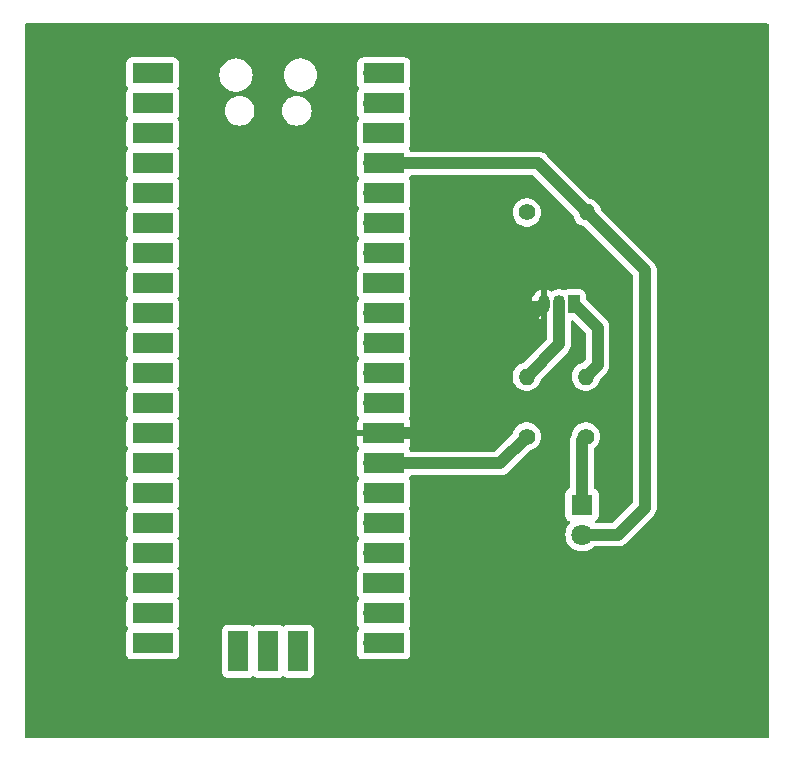
<source format=gbr>
%TF.GenerationSoftware,KiCad,Pcbnew,8.0.0*%
%TF.CreationDate,2024-03-28T11:43:16-03:00*%
%TF.ProjectId,ponderada_sem6_kicad,706f6e64-6572-4616-9461-5f73656d365f,rev?*%
%TF.SameCoordinates,Original*%
%TF.FileFunction,Copper,L1,Top*%
%TF.FilePolarity,Positive*%
%FSLAX46Y46*%
G04 Gerber Fmt 4.6, Leading zero omitted, Abs format (unit mm)*
G04 Created by KiCad (PCBNEW 8.0.0) date 2024-03-28 11:43:16*
%MOMM*%
%LPD*%
G01*
G04 APERTURE LIST*
%TA.AperFunction,ComponentPad*%
%ADD10O,1.700000X1.700000*%
%TD*%
%TA.AperFunction,SMDPad,CuDef*%
%ADD11R,3.500000X1.700000*%
%TD*%
%TA.AperFunction,ComponentPad*%
%ADD12R,1.700000X1.700000*%
%TD*%
%TA.AperFunction,SMDPad,CuDef*%
%ADD13R,1.700000X3.500000*%
%TD*%
%TA.AperFunction,ComponentPad*%
%ADD14O,1.400000X1.400000*%
%TD*%
%TA.AperFunction,ComponentPad*%
%ADD15C,1.400000*%
%TD*%
%TA.AperFunction,ComponentPad*%
%ADD16C,1.800000*%
%TD*%
%TA.AperFunction,ComponentPad*%
%ADD17R,1.800000X1.800000*%
%TD*%
%TA.AperFunction,ComponentPad*%
%ADD18O,1.050000X1.500000*%
%TD*%
%TA.AperFunction,ComponentPad*%
%ADD19R,1.050000X1.500000*%
%TD*%
%TA.AperFunction,Conductor*%
%ADD20C,1.000000*%
%TD*%
%TA.AperFunction,Conductor*%
%ADD21C,0.200000*%
%TD*%
G04 APERTURE END LIST*
D10*
%TO.P,U1,1,GPIO0*%
%TO.N,unconnected-(U1-GPIO0-Pad1)*%
X107220000Y-84240000D03*
D11*
X106320000Y-84240000D03*
D10*
%TO.P,U1,2,GPIO1*%
%TO.N,unconnected-(U1-GPIO1-Pad2)*%
X107220000Y-86780000D03*
D11*
X106320000Y-86780000D03*
%TO.P,U1,3,GND*%
%TO.N,unconnected-(U1-GND-Pad3)*%
X106320000Y-89320000D03*
D12*
X107220000Y-89320000D03*
D10*
%TO.P,U1,4,GPIO2*%
%TO.N,unconnected-(U1-GPIO2-Pad4)*%
X107220000Y-91860000D03*
D11*
X106320000Y-91860000D03*
D10*
%TO.P,U1,5,GPIO3*%
%TO.N,unconnected-(U1-GPIO3-Pad5)*%
X107220000Y-94400000D03*
D11*
X106320000Y-94400000D03*
D10*
%TO.P,U1,6,GPIO4*%
%TO.N,unconnected-(U1-GPIO4-Pad6)*%
X107220000Y-96940000D03*
D11*
X106320000Y-96940000D03*
%TO.P,U1,7,GPIO5*%
%TO.N,unconnected-(U1-GPIO5-Pad7)*%
X106320000Y-99480000D03*
D10*
X107220000Y-99480000D03*
D12*
%TO.P,U1,8,GND*%
%TO.N,unconnected-(U1-GND-Pad8)*%
X107220000Y-102020000D03*
D11*
X106320000Y-102020000D03*
%TO.P,U1,9,GPIO6*%
%TO.N,unconnected-(U1-GPIO6-Pad9)*%
X106320000Y-104560000D03*
D10*
X107220000Y-104560000D03*
%TO.P,U1,10,GPIO7*%
%TO.N,unconnected-(U1-GPIO7-Pad10)*%
X107220000Y-107100000D03*
D11*
X106320000Y-107100000D03*
%TO.P,U1,11,GPIO8*%
%TO.N,unconnected-(U1-GPIO8-Pad11)*%
X106320000Y-109640000D03*
D10*
X107220000Y-109640000D03*
%TO.P,U1,12,GPIO9*%
%TO.N,unconnected-(U1-GPIO9-Pad12)*%
X107220000Y-112180000D03*
D11*
X106320000Y-112180000D03*
D12*
%TO.P,U1,13,GND*%
%TO.N,unconnected-(U1-GND-Pad13)*%
X107220000Y-114720000D03*
D11*
X106320000Y-114720000D03*
%TO.P,U1,14,GPIO10*%
%TO.N,unconnected-(U1-GPIO10-Pad14)*%
X106320000Y-117260000D03*
D10*
X107220000Y-117260000D03*
%TO.P,U1,15,GPIO11*%
%TO.N,unconnected-(U1-GPIO11-Pad15)*%
X107220000Y-119800000D03*
D11*
X106320000Y-119800000D03*
%TO.P,U1,16,GPIO12*%
%TO.N,unconnected-(U1-GPIO12-Pad16)*%
X106320000Y-122340000D03*
D10*
X107220000Y-122340000D03*
D11*
%TO.P,U1,17,GPIO13*%
%TO.N,unconnected-(U1-GPIO13-Pad17)*%
X106320000Y-124880000D03*
D10*
X107220000Y-124880000D03*
D11*
%TO.P,U1,18,GND*%
%TO.N,unconnected-(U1-GND-Pad18)*%
X106320000Y-127420000D03*
D12*
X107220000Y-127420000D03*
D10*
%TO.P,U1,19,GPIO14*%
%TO.N,unconnected-(U1-GPIO14-Pad19)*%
X107220000Y-129960000D03*
D11*
X106320000Y-129960000D03*
%TO.P,U1,20,GPIO15*%
%TO.N,unconnected-(U1-GPIO15-Pad20)*%
X106320000Y-132500000D03*
D10*
X107220000Y-132500000D03*
D11*
%TO.P,U1,21,GPIO16*%
%TO.N,unconnected-(U1-GPIO16-Pad21)*%
X125900000Y-132500000D03*
D10*
X125000000Y-132500000D03*
D11*
%TO.P,U1,22,GPIO17*%
%TO.N,unconnected-(U1-GPIO17-Pad22)*%
X125900000Y-129960000D03*
D10*
X125000000Y-129960000D03*
D11*
%TO.P,U1,23,GND*%
%TO.N,unconnected-(U1-GND-Pad23)*%
X125900000Y-127420000D03*
D12*
X125000000Y-127420000D03*
D10*
%TO.P,U1,24,GPIO18*%
%TO.N,unconnected-(U1-GPIO18-Pad24)*%
X125000000Y-124880000D03*
D11*
X125900000Y-124880000D03*
%TO.P,U1,25,GPIO19*%
%TO.N,unconnected-(U1-GPIO19-Pad25)*%
X125900000Y-122340000D03*
D10*
X125000000Y-122340000D03*
D11*
%TO.P,U1,26,GPIO20*%
%TO.N,unconnected-(U1-GPIO20-Pad26)*%
X125900000Y-119800000D03*
D10*
X125000000Y-119800000D03*
%TO.P,U1,27,GPIO21*%
%TO.N,Net-(U1-GPIO21)*%
X125000000Y-117260000D03*
D11*
X125900000Y-117260000D03*
D12*
%TO.P,U1,28,GND*%
%TO.N,GND*%
X125000000Y-114720000D03*
D11*
X125900000Y-114720000D03*
D10*
%TO.P,U1,29,GPIO22*%
%TO.N,unconnected-(U1-GPIO22-Pad29)*%
X125000000Y-112180000D03*
D11*
X125900000Y-112180000D03*
%TO.P,U1,30,RUN*%
%TO.N,unconnected-(U1-RUN-Pad30)*%
X125900000Y-109640000D03*
D10*
X125000000Y-109640000D03*
%TO.P,U1,31,GPIO26_ADC0*%
%TO.N,unconnected-(U1-GPIO26_ADC0-Pad31)*%
X125000000Y-107100000D03*
D11*
X125900000Y-107100000D03*
D10*
%TO.P,U1,32,GPIO27_ADC1*%
%TO.N,unconnected-(U1-GPIO27_ADC1-Pad32)*%
X125000000Y-104560000D03*
D11*
X125900000Y-104560000D03*
%TO.P,U1,33,AGND*%
%TO.N,unconnected-(U1-AGND-Pad33)*%
X125900000Y-102020000D03*
D12*
X125000000Y-102020000D03*
D11*
%TO.P,U1,34,GPIO28_ADC2*%
%TO.N,unconnected-(U1-GPIO28_ADC2-Pad34)*%
X125900000Y-99480000D03*
D10*
X125000000Y-99480000D03*
D11*
%TO.P,U1,35,ADC_VREF*%
%TO.N,unconnected-(U1-ADC_VREF-Pad35)*%
X125900000Y-96940000D03*
D10*
X125000000Y-96940000D03*
%TO.P,U1,36,3V3*%
%TO.N,unconnected-(U1-3V3-Pad36)*%
X125000000Y-94400000D03*
D11*
X125900000Y-94400000D03*
%TO.P,U1,37,3V3_EN*%
%TO.N,3v3*%
X125900000Y-91860000D03*
D10*
X125000000Y-91860000D03*
D11*
%TO.P,U1,38,GND*%
%TO.N,unconnected-(U1-GND-Pad38)*%
X125900000Y-89320000D03*
D12*
X125000000Y-89320000D03*
D11*
%TO.P,U1,39,VSYS*%
%TO.N,VCC*%
X125900000Y-86780000D03*
D10*
X125000000Y-86780000D03*
%TO.P,U1,40,VBUS*%
%TO.N,unconnected-(U1-VBUS-Pad40)*%
X125000000Y-84240000D03*
D11*
X125900000Y-84240000D03*
D13*
%TO.P,U1,41,SWCLK*%
%TO.N,unconnected-(U1-SWCLK-Pad41)*%
X113570000Y-133170000D03*
D10*
X113570000Y-132270000D03*
D12*
%TO.P,U1,42,GND*%
%TO.N,unconnected-(U1-GND-Pad42)*%
X116110000Y-132270000D03*
D13*
X116110000Y-133170000D03*
D10*
%TO.P,U1,43,SWDIO*%
%TO.N,unconnected-(U1-SWDIO-Pad43)*%
X118650000Y-132270000D03*
D13*
X118650000Y-133170000D03*
%TD*%
D14*
%TO.P,R3,2*%
%TO.N,3v3*%
X143090000Y-96000000D03*
D15*
%TO.P,R3,1*%
%TO.N,Net-(Q1-E)*%
X138010000Y-96000000D03*
%TD*%
D14*
%TO.P,R2,2*%
%TO.N,Net-(Q1-C)*%
X143000000Y-109910000D03*
D15*
%TO.P,R2,1*%
%TO.N,Net-(D2-K)*%
X143000000Y-114990000D03*
%TD*%
D14*
%TO.P,R1,2*%
%TO.N,Net-(Q1-B)*%
X138000000Y-109910000D03*
D15*
%TO.P,R1,1*%
%TO.N,Net-(U1-GPIO21)*%
X138000000Y-114990000D03*
%TD*%
D16*
%TO.P,D2,2,A*%
%TO.N,3v3*%
X142675000Y-123290000D03*
D17*
%TO.P,D2,1,K*%
%TO.N,Net-(D2-K)*%
X142675000Y-120750000D03*
%TD*%
D18*
%TO.P,Q1,3,E*%
%TO.N,GND*%
X139460000Y-103780000D03*
%TO.P,Q1,2,B*%
%TO.N,Net-(Q1-B)*%
X140730000Y-103780000D03*
D19*
%TO.P,Q1,1,C*%
%TO.N,Net-(Q1-C)*%
X142000000Y-103780000D03*
%TD*%
D20*
%TO.N,Net-(Q1-C)*%
X144000000Y-108910000D02*
X143000000Y-109910000D01*
X144000000Y-105780000D02*
X144000000Y-108910000D01*
X142000000Y-103780000D02*
X144000000Y-105780000D01*
%TO.N,3v3*%
X148000000Y-121000000D02*
X148000000Y-100910000D01*
X145710000Y-123290000D02*
X148000000Y-121000000D01*
X142675000Y-123290000D02*
X145710000Y-123290000D01*
X148000000Y-100910000D02*
X143090000Y-96000000D01*
%TO.N,GND*%
X134500000Y-108740000D02*
X139460000Y-103780000D01*
X134500000Y-112000000D02*
X134500000Y-108740000D01*
X131780000Y-114720000D02*
X134500000Y-112000000D01*
X125000000Y-114720000D02*
X131780000Y-114720000D01*
%TO.N,3v3*%
X138950000Y-91860000D02*
X143090000Y-96000000D01*
X125000000Y-91860000D02*
X138950000Y-91860000D01*
%TO.N,Net-(U1-GPIO21)*%
X135730000Y-117260000D02*
X138000000Y-114990000D01*
X125000000Y-117260000D02*
X135730000Y-117260000D01*
D21*
%TO.N,Net-(D2-K)*%
X142675000Y-115315000D02*
X143000000Y-114990000D01*
D20*
X142675000Y-120750000D02*
X142675000Y-115315000D01*
%TO.N,Net-(Q1-B)*%
X140730000Y-107180000D02*
X138000000Y-109910000D01*
X140730000Y-103780000D02*
X140730000Y-107180000D01*
%TD*%
%TA.AperFunction,Conductor*%
%TO.N,VCC*%
G36*
X124524755Y-86583147D02*
G01*
X124490000Y-86712857D01*
X124490000Y-86847143D01*
X124524755Y-86976853D01*
X124555440Y-87030000D01*
X124279000Y-87030000D01*
X124211961Y-87010315D01*
X124166206Y-86957511D01*
X124155000Y-86906000D01*
X124155000Y-86844404D01*
X124155000Y-86844382D01*
X124154519Y-86822326D01*
X124154047Y-86811519D01*
X124152605Y-86789520D01*
X124152604Y-86789515D01*
X124152516Y-86788163D01*
X124152724Y-86788149D01*
X124152750Y-86771847D01*
X124152517Y-86771832D01*
X124154045Y-86748507D01*
X124154047Y-86748480D01*
X124154519Y-86737673D01*
X124155000Y-86715616D01*
X124155000Y-86654000D01*
X124174685Y-86586961D01*
X124227489Y-86541206D01*
X124279000Y-86530000D01*
X124555440Y-86530000D01*
X124524755Y-86583147D01*
G37*
%TD.AperFunction*%
%TA.AperFunction,Conductor*%
G36*
X126093039Y-86549685D02*
G01*
X126138794Y-86602489D01*
X126150000Y-86654000D01*
X126150000Y-86906000D01*
X126130315Y-86973039D01*
X126077511Y-87018794D01*
X126026000Y-87030000D01*
X125444560Y-87030000D01*
X125475245Y-86976853D01*
X125510000Y-86847143D01*
X125510000Y-86712857D01*
X125475245Y-86583147D01*
X125444560Y-86530000D01*
X126026000Y-86530000D01*
X126093039Y-86549685D01*
G37*
%TD.AperFunction*%
%TD*%
%TA.AperFunction,Conductor*%
%TO.N,GND*%
G36*
X158442539Y-80020185D02*
G01*
X158488294Y-80072989D01*
X158499500Y-80124500D01*
X158499500Y-140375500D01*
X158479815Y-140442539D01*
X158427011Y-140488294D01*
X158375500Y-140499500D01*
X95624500Y-140499500D01*
X95557461Y-140479815D01*
X95511706Y-140427011D01*
X95500500Y-140375500D01*
X95500500Y-133397870D01*
X104069500Y-133397870D01*
X104069501Y-133397876D01*
X104075908Y-133457483D01*
X104126202Y-133592328D01*
X104126206Y-133592335D01*
X104212452Y-133707544D01*
X104212455Y-133707547D01*
X104327664Y-133793793D01*
X104327671Y-133793797D01*
X104462517Y-133844091D01*
X104462516Y-133844091D01*
X104469444Y-133844835D01*
X104522127Y-133850500D01*
X107155611Y-133850499D01*
X107166419Y-133850971D01*
X107219999Y-133855659D01*
X107220000Y-133855659D01*
X107220001Y-133855659D01*
X107273580Y-133850971D01*
X107284388Y-133850499D01*
X108117871Y-133850499D01*
X108117872Y-133850499D01*
X108177483Y-133844091D01*
X108312331Y-133793796D01*
X108427546Y-133707546D01*
X108513796Y-133592331D01*
X108564091Y-133457483D01*
X108570500Y-133397873D01*
X108570499Y-132564383D01*
X108570971Y-132553576D01*
X108575659Y-132500000D01*
X108575659Y-132499999D01*
X108570971Y-132446421D01*
X108570499Y-132435613D01*
X108570499Y-132270001D01*
X112214341Y-132270001D01*
X112219028Y-132323574D01*
X112219500Y-132334381D01*
X112219500Y-134967870D01*
X112219501Y-134967876D01*
X112225908Y-135027483D01*
X112276202Y-135162328D01*
X112276206Y-135162335D01*
X112362452Y-135277544D01*
X112362455Y-135277547D01*
X112477664Y-135363793D01*
X112477671Y-135363797D01*
X112612517Y-135414091D01*
X112612516Y-135414091D01*
X112619444Y-135414835D01*
X112672127Y-135420500D01*
X114467872Y-135420499D01*
X114527483Y-135414091D01*
X114662331Y-135363796D01*
X114765690Y-135286421D01*
X114831152Y-135262004D01*
X114899425Y-135276855D01*
X114914303Y-135286416D01*
X115017665Y-135363793D01*
X115017668Y-135363795D01*
X115017671Y-135363797D01*
X115152517Y-135414091D01*
X115152516Y-135414091D01*
X115159444Y-135414835D01*
X115212127Y-135420500D01*
X117007872Y-135420499D01*
X117067483Y-135414091D01*
X117202331Y-135363796D01*
X117305690Y-135286421D01*
X117371152Y-135262004D01*
X117439425Y-135276855D01*
X117454303Y-135286416D01*
X117557665Y-135363793D01*
X117557668Y-135363795D01*
X117557671Y-135363797D01*
X117692517Y-135414091D01*
X117692516Y-135414091D01*
X117699444Y-135414835D01*
X117752127Y-135420500D01*
X119547872Y-135420499D01*
X119607483Y-135414091D01*
X119742331Y-135363796D01*
X119857546Y-135277546D01*
X119943796Y-135162331D01*
X119994091Y-135027483D01*
X120000500Y-134967873D01*
X120000499Y-132500002D01*
X123644341Y-132500002D01*
X123649028Y-132553576D01*
X123649500Y-132564383D01*
X123649500Y-133397870D01*
X123649501Y-133397876D01*
X123655908Y-133457483D01*
X123706202Y-133592328D01*
X123706206Y-133592335D01*
X123792452Y-133707544D01*
X123792455Y-133707547D01*
X123907664Y-133793793D01*
X123907671Y-133793797D01*
X124042517Y-133844091D01*
X124042516Y-133844091D01*
X124049444Y-133844835D01*
X124102127Y-133850500D01*
X124935616Y-133850499D01*
X124946425Y-133850971D01*
X125000000Y-133855659D01*
X125053575Y-133850971D01*
X125064384Y-133850499D01*
X127697871Y-133850499D01*
X127697872Y-133850499D01*
X127757483Y-133844091D01*
X127892331Y-133793796D01*
X128007546Y-133707546D01*
X128093796Y-133592331D01*
X128144091Y-133457483D01*
X128150500Y-133397873D01*
X128150499Y-131602128D01*
X128144091Y-131542517D01*
X128093796Y-131407669D01*
X128016421Y-131304309D01*
X127992004Y-131238848D01*
X128006855Y-131170575D01*
X128016416Y-131155696D01*
X128093796Y-131052331D01*
X128144091Y-130917483D01*
X128150500Y-130857873D01*
X128150499Y-129062128D01*
X128144091Y-129002517D01*
X128093796Y-128867669D01*
X128016421Y-128764309D01*
X127992004Y-128698848D01*
X128006855Y-128630575D01*
X128016416Y-128615696D01*
X128093796Y-128512331D01*
X128144091Y-128377483D01*
X128150500Y-128317873D01*
X128150499Y-126522128D01*
X128144091Y-126462517D01*
X128093796Y-126327669D01*
X128016421Y-126224309D01*
X127992004Y-126158848D01*
X128006855Y-126090575D01*
X128016416Y-126075696D01*
X128093796Y-125972331D01*
X128144091Y-125837483D01*
X128150500Y-125777873D01*
X128150499Y-123982128D01*
X128144091Y-123922517D01*
X128093796Y-123787669D01*
X128016421Y-123684309D01*
X127992004Y-123618848D01*
X128006855Y-123550575D01*
X128016416Y-123535696D01*
X128093796Y-123432331D01*
X128144091Y-123297483D01*
X128150500Y-123237873D01*
X128150499Y-121442128D01*
X128144091Y-121382517D01*
X128110266Y-121291828D01*
X128093797Y-121247671D01*
X128093795Y-121247668D01*
X128016421Y-121144309D01*
X127992004Y-121078848D01*
X128006855Y-121010575D01*
X128016416Y-120995696D01*
X128093796Y-120892331D01*
X128144091Y-120757483D01*
X128150500Y-120697873D01*
X128150499Y-118902128D01*
X128144091Y-118842517D01*
X128093796Y-118707669D01*
X128016421Y-118604309D01*
X127992004Y-118538848D01*
X128006855Y-118470575D01*
X128016416Y-118455696D01*
X128093796Y-118352331D01*
X128097960Y-118341165D01*
X128139829Y-118285234D01*
X128205293Y-118260816D01*
X128214141Y-118260500D01*
X135828543Y-118260500D01*
X135925175Y-118241278D01*
X135973493Y-118231667D01*
X136021836Y-118222051D01*
X136075165Y-118199961D01*
X136203914Y-118146632D01*
X136367782Y-118037139D01*
X136507139Y-117897782D01*
X136507140Y-117897779D01*
X136514206Y-117890714D01*
X136514209Y-117890710D01*
X138210990Y-116193928D01*
X138272311Y-116160445D01*
X138275838Y-116159731D01*
X138329940Y-116149618D01*
X138537401Y-116069247D01*
X138726562Y-115952124D01*
X138879907Y-115812331D01*
X138890979Y-115802238D01*
X138985190Y-115677483D01*
X139025058Y-115624689D01*
X139028451Y-115617876D01*
X139124224Y-115425538D01*
X139124223Y-115425538D01*
X139124229Y-115425528D01*
X139185115Y-115211536D01*
X139205643Y-114990000D01*
X139191843Y-114841077D01*
X139185115Y-114768464D01*
X139185114Y-114768462D01*
X139173013Y-114725932D01*
X139124229Y-114554472D01*
X139082167Y-114470000D01*
X139025061Y-114355316D01*
X139025056Y-114355308D01*
X138890979Y-114177761D01*
X138726562Y-114027876D01*
X138726560Y-114027874D01*
X138537404Y-113910754D01*
X138537398Y-113910752D01*
X138329940Y-113830382D01*
X138111243Y-113789500D01*
X137888757Y-113789500D01*
X137670060Y-113830382D01*
X137538864Y-113881207D01*
X137462601Y-113910752D01*
X137462595Y-113910754D01*
X137273439Y-114027874D01*
X137273437Y-114027876D01*
X137109020Y-114177761D01*
X136974943Y-114355308D01*
X136974936Y-114355320D01*
X136875775Y-114554462D01*
X136875768Y-114554480D01*
X136826985Y-114725932D01*
X136795400Y-114779678D01*
X135351899Y-116223181D01*
X135290576Y-116256666D01*
X135264218Y-116259500D01*
X128214141Y-116259500D01*
X128147102Y-116239815D01*
X128101347Y-116187011D01*
X128097969Y-116178859D01*
X128093796Y-116167669D01*
X128016109Y-116063893D01*
X127991692Y-115998430D01*
X128006543Y-115930157D01*
X128016110Y-115915271D01*
X128093352Y-115812089D01*
X128093354Y-115812086D01*
X128143596Y-115677379D01*
X128143598Y-115677372D01*
X128149999Y-115617844D01*
X128150000Y-115617827D01*
X128150000Y-114970000D01*
X125444560Y-114970000D01*
X125475245Y-114916853D01*
X125510000Y-114787143D01*
X125510000Y-114652857D01*
X125475245Y-114523147D01*
X125444560Y-114470000D01*
X128150000Y-114470000D01*
X128150000Y-113822172D01*
X128149999Y-113822155D01*
X128143598Y-113762627D01*
X128143596Y-113762620D01*
X128093354Y-113627913D01*
X128093352Y-113627910D01*
X128016110Y-113524729D01*
X127991692Y-113459265D01*
X128006543Y-113390992D01*
X128016105Y-113376111D01*
X128093796Y-113272331D01*
X128144091Y-113137483D01*
X128150500Y-113077873D01*
X128150499Y-111282128D01*
X128144091Y-111222517D01*
X128102311Y-111110500D01*
X128093797Y-111087671D01*
X128093795Y-111087668D01*
X128080282Y-111069617D01*
X128016421Y-110984309D01*
X127992004Y-110918848D01*
X128006855Y-110850575D01*
X128016416Y-110835696D01*
X128093796Y-110732331D01*
X128144091Y-110597483D01*
X128150500Y-110537873D01*
X128150500Y-109910000D01*
X136794357Y-109910000D01*
X136814884Y-110131535D01*
X136814885Y-110131537D01*
X136875769Y-110345523D01*
X136875775Y-110345538D01*
X136974938Y-110544683D01*
X136974943Y-110544691D01*
X137109020Y-110722238D01*
X137273437Y-110872123D01*
X137273439Y-110872125D01*
X137462595Y-110989245D01*
X137462596Y-110989245D01*
X137462599Y-110989247D01*
X137670060Y-111069618D01*
X137888757Y-111110500D01*
X137888759Y-111110500D01*
X138111241Y-111110500D01*
X138111243Y-111110500D01*
X138329940Y-111069618D01*
X138537401Y-110989247D01*
X138726562Y-110872124D01*
X138879907Y-110732331D01*
X138890979Y-110722238D01*
X138985190Y-110597483D01*
X139025058Y-110544689D01*
X139028451Y-110537876D01*
X139124228Y-110345530D01*
X139124230Y-110345523D01*
X139173013Y-110174064D01*
X139204596Y-110120322D01*
X141367778Y-107957141D01*
X141367782Y-107957139D01*
X141507139Y-107817782D01*
X141616632Y-107653914D01*
X141692051Y-107471835D01*
X141730500Y-107278541D01*
X141730500Y-105224782D01*
X141750185Y-105157743D01*
X141802989Y-105111988D01*
X141872147Y-105102044D01*
X141935703Y-105131069D01*
X141942181Y-105137101D01*
X142963181Y-106158101D01*
X142996666Y-106219424D01*
X142999500Y-106245782D01*
X142999500Y-108444216D01*
X142979815Y-108511255D01*
X142963181Y-108531897D01*
X142789008Y-108706069D01*
X142727685Y-108739554D01*
X142724115Y-108740276D01*
X142670067Y-108750380D01*
X142670060Y-108750382D01*
X142462601Y-108830751D01*
X142462595Y-108830754D01*
X142273439Y-108947874D01*
X142273437Y-108947876D01*
X142109020Y-109097761D01*
X141974943Y-109275308D01*
X141974938Y-109275316D01*
X141875775Y-109474461D01*
X141875769Y-109474476D01*
X141814885Y-109688462D01*
X141814884Y-109688464D01*
X141794357Y-109909999D01*
X141794357Y-109910000D01*
X141814884Y-110131535D01*
X141814885Y-110131537D01*
X141875769Y-110345523D01*
X141875775Y-110345538D01*
X141974938Y-110544683D01*
X141974943Y-110544691D01*
X142109020Y-110722238D01*
X142273437Y-110872123D01*
X142273439Y-110872125D01*
X142462595Y-110989245D01*
X142462596Y-110989245D01*
X142462599Y-110989247D01*
X142670060Y-111069618D01*
X142888757Y-111110500D01*
X142888759Y-111110500D01*
X143111241Y-111110500D01*
X143111243Y-111110500D01*
X143329940Y-111069618D01*
X143537401Y-110989247D01*
X143726562Y-110872124D01*
X143879907Y-110732331D01*
X143890979Y-110722238D01*
X143985190Y-110597483D01*
X144025058Y-110544689D01*
X144028451Y-110537876D01*
X144124228Y-110345530D01*
X144124230Y-110345523D01*
X144173013Y-110174067D01*
X144204598Y-110120322D01*
X144777137Y-109547784D01*
X144777137Y-109547783D01*
X144777140Y-109547781D01*
X144886632Y-109383914D01*
X144962052Y-109201835D01*
X145000501Y-109008540D01*
X145000501Y-108811459D01*
X145000501Y-108806349D01*
X145000500Y-108806323D01*
X145000500Y-105681456D01*
X144962052Y-105488170D01*
X144962051Y-105488169D01*
X144962051Y-105488165D01*
X144949503Y-105457872D01*
X144938539Y-105431401D01*
X144886632Y-105306086D01*
X144886631Y-105306085D01*
X144886628Y-105306079D01*
X144777139Y-105142218D01*
X144777136Y-105142214D01*
X144634686Y-104999764D01*
X144634655Y-104999735D01*
X143061818Y-103426898D01*
X143028333Y-103365575D01*
X143025499Y-103339217D01*
X143025499Y-102982129D01*
X143025498Y-102982123D01*
X143024999Y-102977483D01*
X143019091Y-102922517D01*
X143011289Y-102901600D01*
X142968797Y-102787671D01*
X142968793Y-102787664D01*
X142882547Y-102672455D01*
X142882544Y-102672452D01*
X142767335Y-102586206D01*
X142767328Y-102586202D01*
X142632482Y-102535908D01*
X142632483Y-102535908D01*
X142572883Y-102529501D01*
X142572881Y-102529500D01*
X142572873Y-102529500D01*
X142572864Y-102529500D01*
X141427129Y-102529500D01*
X141427123Y-102529501D01*
X141367516Y-102535908D01*
X141232672Y-102586202D01*
X141232665Y-102586206D01*
X141231556Y-102587037D01*
X141230258Y-102587520D01*
X141224887Y-102590454D01*
X141224465Y-102589681D01*
X141166090Y-102611449D01*
X141109800Y-102602325D01*
X141029127Y-102568909D01*
X141029119Y-102568907D01*
X140831007Y-102529500D01*
X140831003Y-102529500D01*
X140628997Y-102529500D01*
X140628992Y-102529500D01*
X140430880Y-102568907D01*
X140430872Y-102568909D01*
X140244243Y-102646214D01*
X140163439Y-102700204D01*
X140096761Y-102721081D01*
X140029382Y-102702595D01*
X140025659Y-102700203D01*
X139945526Y-102646659D01*
X139945513Y-102646652D01*
X139758984Y-102569390D01*
X139758977Y-102569388D01*
X139710000Y-102559645D01*
X139710000Y-103414134D01*
X139707617Y-103438326D01*
X139704500Y-103453995D01*
X139704500Y-103494170D01*
X139690255Y-103479925D01*
X139604745Y-103430556D01*
X139509370Y-103405000D01*
X139410630Y-103405000D01*
X139315255Y-103430556D01*
X139229745Y-103479925D01*
X139210000Y-103499670D01*
X139210000Y-102559646D01*
X139209999Y-102559645D01*
X139161022Y-102569388D01*
X139161015Y-102569390D01*
X138974486Y-102646652D01*
X138974473Y-102646659D01*
X138806600Y-102758829D01*
X138806596Y-102758832D01*
X138663832Y-102901596D01*
X138663829Y-102901600D01*
X138551659Y-103069473D01*
X138551652Y-103069486D01*
X138474390Y-103256016D01*
X138474387Y-103256025D01*
X138435000Y-103454041D01*
X138435000Y-103530000D01*
X139179670Y-103530000D01*
X139159925Y-103549745D01*
X139110556Y-103635255D01*
X139085000Y-103730630D01*
X139085000Y-103829370D01*
X139110556Y-103924745D01*
X139159925Y-104010255D01*
X139179670Y-104030000D01*
X138435000Y-104030000D01*
X138435000Y-104105958D01*
X138474387Y-104303974D01*
X138474390Y-104303983D01*
X138551652Y-104490513D01*
X138551659Y-104490526D01*
X138663829Y-104658399D01*
X138663832Y-104658403D01*
X138806596Y-104801167D01*
X138806600Y-104801170D01*
X138974473Y-104913340D01*
X138974486Y-104913347D01*
X139161016Y-104990609D01*
X139161025Y-104990612D01*
X139210000Y-105000353D01*
X139210000Y-104060330D01*
X139229745Y-104080075D01*
X139315255Y-104129444D01*
X139410630Y-104155000D01*
X139509370Y-104155000D01*
X139604745Y-104129444D01*
X139690255Y-104080075D01*
X139704500Y-104065830D01*
X139704500Y-104106002D01*
X139707617Y-104121671D01*
X139710000Y-104145865D01*
X139710000Y-105017078D01*
X139723499Y-105036896D01*
X139729500Y-105075004D01*
X139729500Y-106714217D01*
X139709815Y-106781256D01*
X139693181Y-106801898D01*
X137789009Y-108706069D01*
X137727686Y-108739554D01*
X137724115Y-108740276D01*
X137670068Y-108750380D01*
X137670060Y-108750382D01*
X137462601Y-108830751D01*
X137462595Y-108830754D01*
X137273439Y-108947874D01*
X137273437Y-108947876D01*
X137109020Y-109097761D01*
X136974943Y-109275308D01*
X136974938Y-109275316D01*
X136875775Y-109474461D01*
X136875769Y-109474476D01*
X136814885Y-109688462D01*
X136814884Y-109688464D01*
X136794357Y-109909999D01*
X136794357Y-109910000D01*
X128150500Y-109910000D01*
X128150499Y-108742128D01*
X128144091Y-108682517D01*
X128093796Y-108547669D01*
X128016421Y-108444309D01*
X127992004Y-108378848D01*
X128006855Y-108310575D01*
X128016416Y-108295696D01*
X128093796Y-108192331D01*
X128144091Y-108057483D01*
X128150500Y-107997873D01*
X128150499Y-106202128D01*
X128144091Y-106142517D01*
X128093796Y-106007669D01*
X128016421Y-105904309D01*
X127992004Y-105838848D01*
X128006855Y-105770575D01*
X128016416Y-105755696D01*
X128093796Y-105652331D01*
X128144091Y-105517483D01*
X128150500Y-105457873D01*
X128150499Y-103662128D01*
X128144091Y-103602517D01*
X128124408Y-103549745D01*
X128093797Y-103467671D01*
X128093795Y-103467668D01*
X128083561Y-103453997D01*
X128016421Y-103364309D01*
X127992004Y-103298848D01*
X128006855Y-103230575D01*
X128016416Y-103215696D01*
X128093796Y-103112331D01*
X128144091Y-102977483D01*
X128150500Y-102917873D01*
X128150499Y-101122128D01*
X128144091Y-101062517D01*
X128126239Y-101014654D01*
X128093797Y-100927671D01*
X128093795Y-100927668D01*
X128016421Y-100824309D01*
X127992004Y-100758848D01*
X128006855Y-100690575D01*
X128016416Y-100675696D01*
X128093796Y-100572331D01*
X128144091Y-100437483D01*
X128150500Y-100377873D01*
X128150499Y-98582128D01*
X128144091Y-98522517D01*
X128093796Y-98387669D01*
X128016421Y-98284309D01*
X127992004Y-98218848D01*
X128006855Y-98150575D01*
X128016416Y-98135696D01*
X128093796Y-98032331D01*
X128144091Y-97897483D01*
X128150500Y-97837873D01*
X128150499Y-96042128D01*
X128145970Y-96000000D01*
X136804357Y-96000000D01*
X136824884Y-96221535D01*
X136824885Y-96221537D01*
X136885769Y-96435523D01*
X136885775Y-96435538D01*
X136984938Y-96634683D01*
X136984943Y-96634691D01*
X137119020Y-96812238D01*
X137283437Y-96962123D01*
X137283439Y-96962125D01*
X137472595Y-97079245D01*
X137472596Y-97079245D01*
X137472599Y-97079247D01*
X137680060Y-97159618D01*
X137898757Y-97200500D01*
X137898759Y-97200500D01*
X138121241Y-97200500D01*
X138121243Y-97200500D01*
X138339940Y-97159618D01*
X138547401Y-97079247D01*
X138736562Y-96962124D01*
X138900981Y-96812236D01*
X139035058Y-96634689D01*
X139134229Y-96435528D01*
X139195115Y-96221536D01*
X139215643Y-96000000D01*
X139195115Y-95778464D01*
X139134229Y-95564472D01*
X139098307Y-95492331D01*
X139035061Y-95365316D01*
X139035056Y-95365308D01*
X138900979Y-95187761D01*
X138736562Y-95037876D01*
X138736560Y-95037874D01*
X138547404Y-94920754D01*
X138547398Y-94920752D01*
X138339940Y-94840382D01*
X138121243Y-94799500D01*
X137898757Y-94799500D01*
X137680060Y-94840382D01*
X137548864Y-94891207D01*
X137472601Y-94920752D01*
X137472595Y-94920754D01*
X137283439Y-95037874D01*
X137283437Y-95037876D01*
X137119020Y-95187761D01*
X136984943Y-95365308D01*
X136984938Y-95365316D01*
X136885775Y-95564461D01*
X136885769Y-95564476D01*
X136824885Y-95778462D01*
X136824884Y-95778464D01*
X136804357Y-95999999D01*
X136804357Y-96000000D01*
X128145970Y-96000000D01*
X128144091Y-95982517D01*
X128093796Y-95847669D01*
X128016421Y-95744309D01*
X127992004Y-95678848D01*
X128006855Y-95610575D01*
X128016416Y-95595696D01*
X128093796Y-95492331D01*
X128144091Y-95357483D01*
X128150500Y-95297873D01*
X128150499Y-93502128D01*
X128144091Y-93442517D01*
X128093796Y-93307669D01*
X128016421Y-93204309D01*
X127992004Y-93138848D01*
X128006855Y-93070575D01*
X128016416Y-93055696D01*
X128093796Y-92952331D01*
X128097960Y-92941165D01*
X128139829Y-92885234D01*
X128205293Y-92860816D01*
X128214141Y-92860500D01*
X138484218Y-92860500D01*
X138551257Y-92880185D01*
X138571899Y-92896819D01*
X141885401Y-96210321D01*
X141916986Y-96264067D01*
X141965770Y-96435525D01*
X141965775Y-96435538D01*
X142064938Y-96634683D01*
X142064943Y-96634691D01*
X142199020Y-96812238D01*
X142363437Y-96962123D01*
X142363439Y-96962125D01*
X142552595Y-97079245D01*
X142552596Y-97079245D01*
X142552599Y-97079247D01*
X142760060Y-97159618D01*
X142814115Y-97169722D01*
X142876395Y-97201390D01*
X142879010Y-97203930D01*
X146963181Y-101288101D01*
X146996666Y-101349424D01*
X146999500Y-101375782D01*
X146999500Y-120534218D01*
X146979815Y-120601257D01*
X146963181Y-120621899D01*
X145331899Y-122253181D01*
X145270576Y-122286666D01*
X145244218Y-122289500D01*
X143928461Y-122289500D01*
X143861422Y-122269815D01*
X143815667Y-122217011D01*
X143805723Y-122147853D01*
X143834748Y-122084297D01*
X143854150Y-122066234D01*
X143900513Y-122031525D01*
X143932546Y-122007546D01*
X144018796Y-121892331D01*
X144069091Y-121757483D01*
X144075500Y-121697873D01*
X144075499Y-119802128D01*
X144069091Y-119742517D01*
X144068535Y-119741027D01*
X144018797Y-119607671D01*
X144018793Y-119607664D01*
X143932547Y-119492455D01*
X143932544Y-119492452D01*
X143817335Y-119406206D01*
X143817328Y-119406202D01*
X143756167Y-119383391D01*
X143700233Y-119341520D01*
X143675816Y-119276056D01*
X143675500Y-119267209D01*
X143675500Y-116052429D01*
X143695185Y-115985390D01*
X143722385Y-115956050D01*
X143722326Y-115955986D01*
X143723094Y-115955285D01*
X143724772Y-115953476D01*
X143726554Y-115952128D01*
X143726562Y-115952124D01*
X143879907Y-115812331D01*
X143890979Y-115802238D01*
X143985190Y-115677483D01*
X144025058Y-115624689D01*
X144028451Y-115617876D01*
X144124224Y-115425538D01*
X144124223Y-115425538D01*
X144124229Y-115425528D01*
X144185115Y-115211536D01*
X144205643Y-114990000D01*
X144191843Y-114841077D01*
X144185115Y-114768464D01*
X144185114Y-114768462D01*
X144173013Y-114725932D01*
X144124229Y-114554472D01*
X144082167Y-114470000D01*
X144025061Y-114355316D01*
X144025056Y-114355308D01*
X143890979Y-114177761D01*
X143726562Y-114027876D01*
X143726560Y-114027874D01*
X143537404Y-113910754D01*
X143537398Y-113910752D01*
X143329940Y-113830382D01*
X143111243Y-113789500D01*
X142888757Y-113789500D01*
X142670060Y-113830382D01*
X142538864Y-113881207D01*
X142462601Y-113910752D01*
X142462595Y-113910754D01*
X142273439Y-114027874D01*
X142273437Y-114027876D01*
X142109020Y-114177761D01*
X141974943Y-114355308D01*
X141974938Y-114355316D01*
X141875775Y-114554461D01*
X141875769Y-114554476D01*
X141814885Y-114768461D01*
X141814883Y-114768471D01*
X141814241Y-114775401D01*
X141793877Y-114832839D01*
X141788372Y-114841077D01*
X141788366Y-114841090D01*
X141712950Y-115023160D01*
X141712947Y-115023170D01*
X141674500Y-115216456D01*
X141674500Y-119267209D01*
X141654815Y-119334248D01*
X141602011Y-119380003D01*
X141593833Y-119383391D01*
X141532671Y-119406202D01*
X141532664Y-119406206D01*
X141417455Y-119492452D01*
X141417452Y-119492455D01*
X141331206Y-119607664D01*
X141331202Y-119607671D01*
X141280908Y-119742517D01*
X141274728Y-119800002D01*
X141274501Y-119802123D01*
X141274500Y-119802135D01*
X141274500Y-121697870D01*
X141274501Y-121697876D01*
X141280908Y-121757483D01*
X141331202Y-121892328D01*
X141331206Y-121892335D01*
X141417452Y-122007544D01*
X141417455Y-122007547D01*
X141532664Y-122093793D01*
X141532673Y-122093798D01*
X141612904Y-122123722D01*
X141668838Y-122165593D01*
X141693256Y-122231057D01*
X141678405Y-122299330D01*
X141660802Y-122323886D01*
X141566019Y-122426849D01*
X141439075Y-122621151D01*
X141345842Y-122833699D01*
X141288866Y-123058691D01*
X141288864Y-123058702D01*
X141269700Y-123289993D01*
X141269700Y-123290006D01*
X141288864Y-123521297D01*
X141288866Y-123521308D01*
X141345842Y-123746300D01*
X141439075Y-123958848D01*
X141566016Y-124153147D01*
X141566019Y-124153151D01*
X141566021Y-124153153D01*
X141723216Y-124323913D01*
X141723219Y-124323915D01*
X141723222Y-124323918D01*
X141906365Y-124466464D01*
X141906371Y-124466468D01*
X141906374Y-124466470D01*
X142110497Y-124576936D01*
X142224487Y-124616068D01*
X142330015Y-124652297D01*
X142330017Y-124652297D01*
X142330019Y-124652298D01*
X142558951Y-124690500D01*
X142558952Y-124690500D01*
X142791048Y-124690500D01*
X142791049Y-124690500D01*
X143019981Y-124652298D01*
X143239503Y-124576936D01*
X143443626Y-124466470D01*
X143626784Y-124323913D01*
X143626800Y-124323895D01*
X143627479Y-124323272D01*
X143627827Y-124323100D01*
X143630830Y-124320763D01*
X143631310Y-124321380D01*
X143690133Y-124292348D01*
X143711464Y-124290500D01*
X145808542Y-124290500D01*
X145827870Y-124286655D01*
X145905188Y-124271275D01*
X146001836Y-124252051D01*
X146055165Y-124229961D01*
X146183914Y-124176632D01*
X146347782Y-124067139D01*
X146487139Y-123927782D01*
X146487140Y-123927779D01*
X146494206Y-123920714D01*
X146494209Y-123920710D01*
X148637778Y-121777141D01*
X148637782Y-121777139D01*
X148777139Y-121637782D01*
X148886632Y-121473914D01*
X148962051Y-121291835D01*
X148962051Y-121291832D01*
X148962053Y-121291828D01*
X148975562Y-121223915D01*
X148987861Y-121162077D01*
X149000500Y-121098540D01*
X149000500Y-120901460D01*
X149000500Y-101014675D01*
X149000501Y-101014654D01*
X149000501Y-100811457D01*
X149000500Y-100811455D01*
X148962053Y-100618172D01*
X148962052Y-100618165D01*
X148886632Y-100436086D01*
X148886631Y-100436085D01*
X148886628Y-100436079D01*
X148777140Y-100272219D01*
X148777137Y-100272215D01*
X144294598Y-95789678D01*
X144263013Y-95735932D01*
X144214229Y-95564472D01*
X144178307Y-95492331D01*
X144115061Y-95365316D01*
X144115056Y-95365308D01*
X143980979Y-95187761D01*
X143816562Y-95037876D01*
X143816560Y-95037874D01*
X143627404Y-94920754D01*
X143627398Y-94920751D01*
X143485536Y-94865794D01*
X143419940Y-94840382D01*
X143419936Y-94840381D01*
X143419931Y-94840380D01*
X143365883Y-94830276D01*
X143303603Y-94798608D01*
X143300989Y-94796069D01*
X139731479Y-91226559D01*
X139731459Y-91226537D01*
X139587785Y-91082863D01*
X139587781Y-91082860D01*
X139423920Y-90973371D01*
X139423911Y-90973366D01*
X139351315Y-90943296D01*
X139295165Y-90920038D01*
X139241836Y-90897949D01*
X139241832Y-90897948D01*
X139241828Y-90897946D01*
X139145188Y-90878724D01*
X139048544Y-90859500D01*
X139048541Y-90859500D01*
X128214141Y-90859500D01*
X128147102Y-90839815D01*
X128101347Y-90787011D01*
X128097969Y-90778859D01*
X128093796Y-90767669D01*
X128016421Y-90664309D01*
X127992004Y-90598848D01*
X128006855Y-90530575D01*
X128016416Y-90515696D01*
X128093796Y-90412331D01*
X128144091Y-90277483D01*
X128150500Y-90217873D01*
X128150499Y-88422128D01*
X128144091Y-88362517D01*
X128143748Y-88361598D01*
X128093797Y-88227671D01*
X128093795Y-88227668D01*
X128078231Y-88206877D01*
X128016421Y-88124309D01*
X127992004Y-88058848D01*
X128006855Y-87990575D01*
X128016416Y-87975696D01*
X128093796Y-87872331D01*
X128144091Y-87737483D01*
X128150500Y-87677873D01*
X128150499Y-85882128D01*
X128144091Y-85822517D01*
X128093796Y-85687669D01*
X128016421Y-85584309D01*
X127992004Y-85518848D01*
X128006855Y-85450575D01*
X128016416Y-85435696D01*
X128093796Y-85332331D01*
X128144091Y-85197483D01*
X128150500Y-85137873D01*
X128150499Y-83342128D01*
X128144091Y-83282517D01*
X128110901Y-83193531D01*
X128093797Y-83147671D01*
X128093793Y-83147664D01*
X128007547Y-83032455D01*
X128007544Y-83032452D01*
X127892335Y-82946206D01*
X127892328Y-82946202D01*
X127757482Y-82895908D01*
X127757483Y-82895908D01*
X127697883Y-82889501D01*
X127697881Y-82889500D01*
X127697873Y-82889500D01*
X127697865Y-82889500D01*
X125064385Y-82889500D01*
X125053578Y-82889028D01*
X125000001Y-82884341D01*
X124999997Y-82884341D01*
X124946419Y-82889028D01*
X124935613Y-82889500D01*
X124102129Y-82889500D01*
X124102123Y-82889501D01*
X124042516Y-82895908D01*
X123907671Y-82946202D01*
X123907664Y-82946206D01*
X123792455Y-83032452D01*
X123792452Y-83032455D01*
X123706206Y-83147664D01*
X123706202Y-83147671D01*
X123655908Y-83282517D01*
X123650149Y-83336087D01*
X123649501Y-83342123D01*
X123649500Y-83342135D01*
X123649500Y-84175616D01*
X123649028Y-84186423D01*
X123644341Y-84239997D01*
X123644341Y-84240002D01*
X123649028Y-84293576D01*
X123649500Y-84304383D01*
X123649500Y-85137870D01*
X123649501Y-85137876D01*
X123655908Y-85197483D01*
X123706202Y-85332328D01*
X123706203Y-85332330D01*
X123783578Y-85435689D01*
X123807995Y-85501153D01*
X123793144Y-85569426D01*
X123783578Y-85584311D01*
X123706203Y-85687669D01*
X123706202Y-85687671D01*
X123655908Y-85822517D01*
X123649501Y-85882116D01*
X123649501Y-85882123D01*
X123649500Y-85882135D01*
X123649500Y-86715616D01*
X123649028Y-86726423D01*
X123644341Y-86779997D01*
X123644341Y-86780002D01*
X123649028Y-86833576D01*
X123649500Y-86844383D01*
X123649500Y-87677870D01*
X123649501Y-87677876D01*
X123655908Y-87737483D01*
X123706202Y-87872328D01*
X123706203Y-87872330D01*
X123783578Y-87975689D01*
X123807995Y-88041153D01*
X123793144Y-88109426D01*
X123783578Y-88124311D01*
X123706203Y-88227669D01*
X123706202Y-88227671D01*
X123655908Y-88362517D01*
X123649501Y-88422116D01*
X123649501Y-88422123D01*
X123649500Y-88422135D01*
X123649500Y-90217870D01*
X123649501Y-90217876D01*
X123655908Y-90277483D01*
X123706202Y-90412328D01*
X123706203Y-90412330D01*
X123783578Y-90515689D01*
X123807995Y-90581153D01*
X123793144Y-90649426D01*
X123783578Y-90664311D01*
X123706203Y-90767669D01*
X123706202Y-90767671D01*
X123655908Y-90902517D01*
X123649501Y-90962116D01*
X123649501Y-90962123D01*
X123649500Y-90962135D01*
X123649500Y-91795616D01*
X123649028Y-91806423D01*
X123644341Y-91859997D01*
X123644341Y-91860002D01*
X123649028Y-91913576D01*
X123649500Y-91924383D01*
X123649500Y-92757870D01*
X123649501Y-92757876D01*
X123655908Y-92817483D01*
X123706202Y-92952328D01*
X123706203Y-92952330D01*
X123783578Y-93055689D01*
X123807995Y-93121153D01*
X123793144Y-93189426D01*
X123783578Y-93204311D01*
X123706203Y-93307669D01*
X123706202Y-93307671D01*
X123655908Y-93442517D01*
X123649501Y-93502116D01*
X123649501Y-93502123D01*
X123649500Y-93502135D01*
X123649500Y-94335616D01*
X123649028Y-94346423D01*
X123644341Y-94399997D01*
X123644341Y-94400002D01*
X123649028Y-94453576D01*
X123649500Y-94464383D01*
X123649500Y-95297870D01*
X123649501Y-95297876D01*
X123655908Y-95357483D01*
X123706202Y-95492328D01*
X123706203Y-95492330D01*
X123783578Y-95595689D01*
X123807995Y-95661153D01*
X123793144Y-95729426D01*
X123783578Y-95744311D01*
X123706203Y-95847669D01*
X123706202Y-95847671D01*
X123655908Y-95982517D01*
X123654029Y-95999999D01*
X123649501Y-96042123D01*
X123649500Y-96042135D01*
X123649500Y-96875616D01*
X123649028Y-96886423D01*
X123644341Y-96939997D01*
X123644341Y-96940002D01*
X123649028Y-96993576D01*
X123649500Y-97004383D01*
X123649500Y-97837870D01*
X123649501Y-97837876D01*
X123655908Y-97897483D01*
X123706202Y-98032328D01*
X123706203Y-98032330D01*
X123783578Y-98135689D01*
X123807995Y-98201153D01*
X123793144Y-98269426D01*
X123783578Y-98284311D01*
X123706203Y-98387669D01*
X123706202Y-98387671D01*
X123655908Y-98522517D01*
X123649501Y-98582116D01*
X123649501Y-98582123D01*
X123649500Y-98582135D01*
X123649500Y-99415616D01*
X123649028Y-99426423D01*
X123644341Y-99479997D01*
X123644341Y-99480002D01*
X123649028Y-99533576D01*
X123649500Y-99544383D01*
X123649500Y-100377870D01*
X123649501Y-100377876D01*
X123655908Y-100437483D01*
X123706202Y-100572328D01*
X123706203Y-100572330D01*
X123783578Y-100675689D01*
X123807995Y-100741153D01*
X123793144Y-100809426D01*
X123783578Y-100824311D01*
X123706203Y-100927669D01*
X123706202Y-100927671D01*
X123655908Y-101062517D01*
X123649501Y-101122116D01*
X123649501Y-101122123D01*
X123649500Y-101122135D01*
X123649500Y-102917870D01*
X123649501Y-102917876D01*
X123655908Y-102977483D01*
X123706202Y-103112328D01*
X123706203Y-103112330D01*
X123783578Y-103215689D01*
X123807995Y-103281153D01*
X123793144Y-103349426D01*
X123783578Y-103364311D01*
X123706203Y-103467669D01*
X123706202Y-103467671D01*
X123655908Y-103602517D01*
X123652389Y-103635255D01*
X123649501Y-103662123D01*
X123649500Y-103662135D01*
X123649500Y-104495616D01*
X123649028Y-104506423D01*
X123644341Y-104559997D01*
X123644341Y-104560002D01*
X123649028Y-104613576D01*
X123649500Y-104624383D01*
X123649501Y-105457869D01*
X123655908Y-105517483D01*
X123706202Y-105652328D01*
X123706203Y-105652330D01*
X123783578Y-105755689D01*
X123807995Y-105821153D01*
X123793144Y-105889426D01*
X123783578Y-105904311D01*
X123706203Y-106007669D01*
X123706202Y-106007671D01*
X123655908Y-106142517D01*
X123649501Y-106202116D01*
X123649501Y-106202123D01*
X123649500Y-106202135D01*
X123649500Y-107035616D01*
X123649028Y-107046423D01*
X123644341Y-107099997D01*
X123644341Y-107100002D01*
X123649028Y-107153576D01*
X123649500Y-107164383D01*
X123649500Y-107997870D01*
X123649501Y-107997876D01*
X123655908Y-108057483D01*
X123706202Y-108192328D01*
X123706203Y-108192330D01*
X123783578Y-108295689D01*
X123807995Y-108361153D01*
X123793144Y-108429426D01*
X123783578Y-108444311D01*
X123706203Y-108547669D01*
X123706202Y-108547671D01*
X123655908Y-108682517D01*
X123649699Y-108740276D01*
X123649501Y-108742123D01*
X123649500Y-108742135D01*
X123649500Y-109575616D01*
X123649028Y-109586423D01*
X123644341Y-109639997D01*
X123644341Y-109640002D01*
X123649028Y-109693576D01*
X123649500Y-109704383D01*
X123649500Y-110537870D01*
X123649501Y-110537876D01*
X123655908Y-110597483D01*
X123706202Y-110732328D01*
X123706203Y-110732330D01*
X123783578Y-110835689D01*
X123807995Y-110901153D01*
X123793144Y-110969426D01*
X123783578Y-110984311D01*
X123706203Y-111087669D01*
X123706202Y-111087671D01*
X123655908Y-111222517D01*
X123649501Y-111282116D01*
X123649501Y-111282123D01*
X123649500Y-111282135D01*
X123649500Y-112115616D01*
X123649028Y-112126423D01*
X123644341Y-112179997D01*
X123644341Y-112180002D01*
X123649028Y-112233576D01*
X123649500Y-112244383D01*
X123649500Y-113077870D01*
X123649501Y-113077876D01*
X123655908Y-113137483D01*
X123706202Y-113272328D01*
X123706206Y-113272335D01*
X123783889Y-113376105D01*
X123808307Y-113441569D01*
X123793456Y-113509842D01*
X123783890Y-113524727D01*
X123706647Y-113627910D01*
X123706645Y-113627913D01*
X123656403Y-113762620D01*
X123656401Y-113762627D01*
X123650000Y-113822155D01*
X123650000Y-114470000D01*
X124555440Y-114470000D01*
X124524755Y-114523147D01*
X124490000Y-114652857D01*
X124490000Y-114787143D01*
X124524755Y-114916853D01*
X124555440Y-114970000D01*
X123650000Y-114970000D01*
X123650000Y-115617844D01*
X123656401Y-115677372D01*
X123656403Y-115677379D01*
X123706645Y-115812086D01*
X123706646Y-115812088D01*
X123783890Y-115915272D01*
X123808307Y-115980736D01*
X123793456Y-116049009D01*
X123783890Y-116063894D01*
X123706204Y-116167669D01*
X123706202Y-116167671D01*
X123655908Y-116302517D01*
X123649501Y-116362116D01*
X123649501Y-116362123D01*
X123649500Y-116362135D01*
X123649500Y-117195616D01*
X123649028Y-117206423D01*
X123644341Y-117259997D01*
X123644341Y-117260002D01*
X123649028Y-117313576D01*
X123649500Y-117324383D01*
X123649500Y-118157870D01*
X123649501Y-118157876D01*
X123655908Y-118217483D01*
X123706202Y-118352328D01*
X123706203Y-118352330D01*
X123783578Y-118455689D01*
X123807995Y-118521153D01*
X123793144Y-118589426D01*
X123783578Y-118604311D01*
X123706203Y-118707669D01*
X123706202Y-118707671D01*
X123655908Y-118842517D01*
X123649501Y-118902116D01*
X123649501Y-118902123D01*
X123649500Y-118902135D01*
X123649500Y-119735616D01*
X123649028Y-119746423D01*
X123644341Y-119799997D01*
X123644341Y-119800002D01*
X123649028Y-119853576D01*
X123649500Y-119864383D01*
X123649500Y-120697870D01*
X123649501Y-120697876D01*
X123655908Y-120757483D01*
X123706202Y-120892328D01*
X123706203Y-120892330D01*
X123783578Y-120995689D01*
X123807995Y-121061153D01*
X123793144Y-121129426D01*
X123783578Y-121144311D01*
X123706203Y-121247669D01*
X123706202Y-121247671D01*
X123655908Y-121382517D01*
X123649501Y-121442116D01*
X123649501Y-121442123D01*
X123649500Y-121442135D01*
X123649500Y-122275616D01*
X123649028Y-122286423D01*
X123644341Y-122339997D01*
X123644341Y-122340002D01*
X123649028Y-122393576D01*
X123649500Y-122404383D01*
X123649500Y-123237870D01*
X123649501Y-123237876D01*
X123655908Y-123297483D01*
X123706202Y-123432328D01*
X123706203Y-123432330D01*
X123783578Y-123535689D01*
X123807995Y-123601153D01*
X123793144Y-123669426D01*
X123783578Y-123684311D01*
X123706203Y-123787669D01*
X123706202Y-123787671D01*
X123655908Y-123922517D01*
X123649501Y-123982116D01*
X123649501Y-123982123D01*
X123649500Y-123982135D01*
X123649500Y-124815616D01*
X123649028Y-124826423D01*
X123644341Y-124879997D01*
X123644341Y-124880002D01*
X123649028Y-124933576D01*
X123649500Y-124944383D01*
X123649500Y-125777870D01*
X123649501Y-125777876D01*
X123655908Y-125837483D01*
X123706202Y-125972328D01*
X123706203Y-125972330D01*
X123783578Y-126075689D01*
X123807995Y-126141153D01*
X123793144Y-126209426D01*
X123783578Y-126224311D01*
X123706203Y-126327669D01*
X123706202Y-126327671D01*
X123655908Y-126462517D01*
X123649501Y-126522116D01*
X123649501Y-126522123D01*
X123649500Y-126522135D01*
X123649500Y-128317870D01*
X123649501Y-128317876D01*
X123655908Y-128377483D01*
X123706202Y-128512328D01*
X123706203Y-128512330D01*
X123783578Y-128615689D01*
X123807995Y-128681153D01*
X123793144Y-128749426D01*
X123783578Y-128764311D01*
X123706203Y-128867669D01*
X123706202Y-128867671D01*
X123655908Y-129002517D01*
X123649501Y-129062116D01*
X123649501Y-129062123D01*
X123649500Y-129062135D01*
X123649500Y-129895616D01*
X123649028Y-129906423D01*
X123644341Y-129959997D01*
X123644341Y-129960002D01*
X123649028Y-130013576D01*
X123649500Y-130024383D01*
X123649500Y-130857870D01*
X123649501Y-130857876D01*
X123655908Y-130917483D01*
X123706202Y-131052328D01*
X123706203Y-131052330D01*
X123783578Y-131155689D01*
X123807995Y-131221153D01*
X123793144Y-131289426D01*
X123783578Y-131304311D01*
X123706203Y-131407669D01*
X123706202Y-131407671D01*
X123655908Y-131542517D01*
X123649501Y-131602116D01*
X123649501Y-131602123D01*
X123649500Y-131602135D01*
X123649500Y-132435616D01*
X123649028Y-132446423D01*
X123644341Y-132499997D01*
X123644341Y-132500002D01*
X120000499Y-132500002D01*
X120000499Y-132334381D01*
X120000971Y-132323578D01*
X120005659Y-132270000D01*
X120005659Y-132269999D01*
X120000971Y-132216418D01*
X120000499Y-132205610D01*
X120000499Y-131372129D01*
X120000498Y-131372123D01*
X120000497Y-131372116D01*
X119994091Y-131312517D01*
X119991030Y-131304311D01*
X119943797Y-131177671D01*
X119943793Y-131177664D01*
X119857547Y-131062455D01*
X119857544Y-131062452D01*
X119742335Y-130976206D01*
X119742328Y-130976202D01*
X119607482Y-130925908D01*
X119607483Y-130925908D01*
X119547883Y-130919501D01*
X119547881Y-130919500D01*
X119547873Y-130919500D01*
X119547865Y-130919500D01*
X118714383Y-130919500D01*
X118703576Y-130919028D01*
X118650002Y-130914341D01*
X118649999Y-130914341D01*
X118614865Y-130917414D01*
X118596421Y-130919028D01*
X118585616Y-130919500D01*
X117752129Y-130919500D01*
X117752123Y-130919501D01*
X117692516Y-130925908D01*
X117557671Y-130976202D01*
X117557669Y-130976203D01*
X117454311Y-131053578D01*
X117388847Y-131077995D01*
X117320574Y-131063144D01*
X117305689Y-131053578D01*
X117202330Y-130976203D01*
X117202328Y-130976202D01*
X117067482Y-130925908D01*
X117067483Y-130925908D01*
X117007883Y-130919501D01*
X117007881Y-130919500D01*
X117007873Y-130919500D01*
X117007864Y-130919500D01*
X115212129Y-130919500D01*
X115212123Y-130919501D01*
X115152516Y-130925908D01*
X115017671Y-130976202D01*
X115017669Y-130976203D01*
X114914311Y-131053578D01*
X114848847Y-131077995D01*
X114780574Y-131063144D01*
X114765689Y-131053578D01*
X114662330Y-130976203D01*
X114662328Y-130976202D01*
X114527482Y-130925908D01*
X114527483Y-130925908D01*
X114467883Y-130919501D01*
X114467881Y-130919500D01*
X114467873Y-130919500D01*
X114467865Y-130919500D01*
X113634383Y-130919500D01*
X113623576Y-130919028D01*
X113570002Y-130914341D01*
X113569999Y-130914341D01*
X113534865Y-130917414D01*
X113516421Y-130919028D01*
X113505616Y-130919500D01*
X112672129Y-130919500D01*
X112672123Y-130919501D01*
X112612516Y-130925908D01*
X112477671Y-130976202D01*
X112477664Y-130976206D01*
X112362455Y-131062452D01*
X112362452Y-131062455D01*
X112276206Y-131177664D01*
X112276202Y-131177671D01*
X112225908Y-131312517D01*
X112219501Y-131372116D01*
X112219501Y-131372123D01*
X112219500Y-131372135D01*
X112219500Y-132205618D01*
X112219028Y-132216425D01*
X112214341Y-132269997D01*
X112214341Y-132270001D01*
X108570499Y-132270001D01*
X108570499Y-131602129D01*
X108570498Y-131602123D01*
X108570497Y-131602116D01*
X108564091Y-131542517D01*
X108513796Y-131407669D01*
X108436421Y-131304309D01*
X108412004Y-131238848D01*
X108426855Y-131170575D01*
X108436416Y-131155696D01*
X108513796Y-131052331D01*
X108564091Y-130917483D01*
X108570500Y-130857873D01*
X108570499Y-130024383D01*
X108570971Y-130013576D01*
X108575659Y-129960000D01*
X108575659Y-129959999D01*
X108570971Y-129906421D01*
X108570499Y-129895613D01*
X108570499Y-129062129D01*
X108570498Y-129062123D01*
X108570497Y-129062116D01*
X108564091Y-129002517D01*
X108513796Y-128867669D01*
X108436421Y-128764309D01*
X108412004Y-128698848D01*
X108426855Y-128630575D01*
X108436416Y-128615696D01*
X108513796Y-128512331D01*
X108564091Y-128377483D01*
X108570500Y-128317873D01*
X108570499Y-126522128D01*
X108564091Y-126462517D01*
X108513796Y-126327669D01*
X108436421Y-126224309D01*
X108412004Y-126158848D01*
X108426855Y-126090575D01*
X108436416Y-126075696D01*
X108513796Y-125972331D01*
X108564091Y-125837483D01*
X108570500Y-125777873D01*
X108570499Y-124944383D01*
X108570971Y-124933576D01*
X108575659Y-124880000D01*
X108575659Y-124879999D01*
X108570971Y-124826421D01*
X108570499Y-124815613D01*
X108570499Y-123982129D01*
X108570498Y-123982123D01*
X108570497Y-123982116D01*
X108564091Y-123922517D01*
X108513796Y-123787669D01*
X108436421Y-123684309D01*
X108412004Y-123618848D01*
X108426855Y-123550575D01*
X108436416Y-123535696D01*
X108513796Y-123432331D01*
X108564091Y-123297483D01*
X108570500Y-123237873D01*
X108570499Y-122404383D01*
X108570971Y-122393576D01*
X108575659Y-122340000D01*
X108575659Y-122339999D01*
X108570971Y-122286421D01*
X108570499Y-122275613D01*
X108570499Y-121442129D01*
X108570498Y-121442123D01*
X108570497Y-121442116D01*
X108564091Y-121382517D01*
X108530266Y-121291828D01*
X108513797Y-121247671D01*
X108513795Y-121247668D01*
X108436421Y-121144309D01*
X108412004Y-121078848D01*
X108426855Y-121010575D01*
X108436416Y-120995696D01*
X108513796Y-120892331D01*
X108564091Y-120757483D01*
X108570500Y-120697873D01*
X108570499Y-119864383D01*
X108570971Y-119853576D01*
X108575659Y-119800000D01*
X108575659Y-119799999D01*
X108570971Y-119746421D01*
X108570499Y-119735613D01*
X108570499Y-118902129D01*
X108570498Y-118902123D01*
X108570497Y-118902116D01*
X108564091Y-118842517D01*
X108513796Y-118707669D01*
X108436421Y-118604309D01*
X108412004Y-118538848D01*
X108426855Y-118470575D01*
X108436416Y-118455696D01*
X108513796Y-118352331D01*
X108564091Y-118217483D01*
X108570500Y-118157873D01*
X108570499Y-117324383D01*
X108570971Y-117313576D01*
X108575659Y-117260000D01*
X108575659Y-117259999D01*
X108570971Y-117206421D01*
X108570499Y-117195613D01*
X108570499Y-116362129D01*
X108570498Y-116362123D01*
X108570497Y-116362116D01*
X108564091Y-116302517D01*
X108513796Y-116167669D01*
X108436421Y-116064309D01*
X108412004Y-115998848D01*
X108426855Y-115930575D01*
X108436416Y-115915696D01*
X108513796Y-115812331D01*
X108564091Y-115677483D01*
X108570500Y-115617873D01*
X108570499Y-113822128D01*
X108564091Y-113762517D01*
X108513796Y-113627669D01*
X108436421Y-113524309D01*
X108412004Y-113458848D01*
X108426855Y-113390575D01*
X108436416Y-113375696D01*
X108513796Y-113272331D01*
X108564091Y-113137483D01*
X108570500Y-113077873D01*
X108570499Y-112244383D01*
X108570971Y-112233576D01*
X108575659Y-112180000D01*
X108575659Y-112179999D01*
X108570971Y-112126421D01*
X108570499Y-112115613D01*
X108570499Y-111282129D01*
X108570498Y-111282123D01*
X108570497Y-111282116D01*
X108564091Y-111222517D01*
X108522311Y-111110500D01*
X108513797Y-111087671D01*
X108513795Y-111087668D01*
X108500282Y-111069617D01*
X108436421Y-110984309D01*
X108412004Y-110918848D01*
X108426855Y-110850575D01*
X108436416Y-110835696D01*
X108513796Y-110732331D01*
X108564091Y-110597483D01*
X108570500Y-110537873D01*
X108570499Y-109704383D01*
X108570971Y-109693576D01*
X108571419Y-109688462D01*
X108575659Y-109640000D01*
X108570971Y-109586421D01*
X108570499Y-109575613D01*
X108570499Y-108742129D01*
X108570498Y-108742123D01*
X108570497Y-108742116D01*
X108564091Y-108682517D01*
X108513796Y-108547669D01*
X108436421Y-108444309D01*
X108412004Y-108378848D01*
X108426855Y-108310575D01*
X108436416Y-108295696D01*
X108513796Y-108192331D01*
X108564091Y-108057483D01*
X108570500Y-107997873D01*
X108570499Y-107164383D01*
X108570971Y-107153576D01*
X108575659Y-107100000D01*
X108575659Y-107099999D01*
X108570971Y-107046421D01*
X108570499Y-107035613D01*
X108570499Y-106202129D01*
X108570498Y-106202123D01*
X108570497Y-106202116D01*
X108564091Y-106142517D01*
X108513796Y-106007669D01*
X108436421Y-105904309D01*
X108412004Y-105838848D01*
X108426855Y-105770575D01*
X108436416Y-105755696D01*
X108513796Y-105652331D01*
X108564091Y-105517483D01*
X108570500Y-105457873D01*
X108570499Y-104624383D01*
X108570971Y-104613576D01*
X108575659Y-104560000D01*
X108575659Y-104559999D01*
X108570971Y-104506421D01*
X108570499Y-104495613D01*
X108570499Y-103662129D01*
X108570498Y-103662123D01*
X108570497Y-103662116D01*
X108564091Y-103602517D01*
X108544408Y-103549745D01*
X108513797Y-103467671D01*
X108513795Y-103467668D01*
X108503561Y-103453997D01*
X108436421Y-103364309D01*
X108412004Y-103298848D01*
X108426855Y-103230575D01*
X108436416Y-103215696D01*
X108513796Y-103112331D01*
X108564091Y-102977483D01*
X108570500Y-102917873D01*
X108570499Y-101122128D01*
X108564091Y-101062517D01*
X108546239Y-101014654D01*
X108513797Y-100927671D01*
X108513795Y-100927668D01*
X108436421Y-100824309D01*
X108412004Y-100758848D01*
X108426855Y-100690575D01*
X108436416Y-100675696D01*
X108513796Y-100572331D01*
X108564091Y-100437483D01*
X108570500Y-100377873D01*
X108570499Y-99544383D01*
X108570971Y-99533576D01*
X108575659Y-99480000D01*
X108575659Y-99479999D01*
X108570971Y-99426421D01*
X108570499Y-99415613D01*
X108570499Y-98582129D01*
X108570498Y-98582123D01*
X108570497Y-98582116D01*
X108564091Y-98522517D01*
X108513796Y-98387669D01*
X108436421Y-98284309D01*
X108412004Y-98218848D01*
X108426855Y-98150575D01*
X108436416Y-98135696D01*
X108513796Y-98032331D01*
X108564091Y-97897483D01*
X108570500Y-97837873D01*
X108570499Y-97004383D01*
X108570971Y-96993576D01*
X108575659Y-96940000D01*
X108575659Y-96939999D01*
X108570971Y-96886421D01*
X108570499Y-96875613D01*
X108570499Y-96042129D01*
X108570498Y-96042123D01*
X108570497Y-96042116D01*
X108564091Y-95982517D01*
X108513796Y-95847669D01*
X108436421Y-95744309D01*
X108412004Y-95678848D01*
X108426855Y-95610575D01*
X108436416Y-95595696D01*
X108513796Y-95492331D01*
X108564091Y-95357483D01*
X108570500Y-95297873D01*
X108570499Y-94464383D01*
X108570971Y-94453576D01*
X108575659Y-94400000D01*
X108575659Y-94399999D01*
X108570971Y-94346421D01*
X108570499Y-94335613D01*
X108570499Y-93502129D01*
X108570498Y-93502123D01*
X108570497Y-93502116D01*
X108564091Y-93442517D01*
X108513796Y-93307669D01*
X108436421Y-93204309D01*
X108412004Y-93138848D01*
X108426855Y-93070575D01*
X108436416Y-93055696D01*
X108513796Y-92952331D01*
X108564091Y-92817483D01*
X108570500Y-92757873D01*
X108570499Y-91924383D01*
X108570971Y-91913576D01*
X108575659Y-91860000D01*
X108575659Y-91859999D01*
X108570971Y-91806421D01*
X108570499Y-91795613D01*
X108570499Y-90962129D01*
X108570498Y-90962123D01*
X108570497Y-90962116D01*
X108564091Y-90902517D01*
X108562387Y-90897949D01*
X108513797Y-90767671D01*
X108513795Y-90767668D01*
X108513794Y-90767666D01*
X108436421Y-90664309D01*
X108412004Y-90598848D01*
X108426855Y-90530575D01*
X108436416Y-90515696D01*
X108513796Y-90412331D01*
X108564091Y-90277483D01*
X108570500Y-90217873D01*
X108570499Y-88422128D01*
X108564091Y-88362517D01*
X108563748Y-88361598D01*
X108513797Y-88227671D01*
X108513795Y-88227668D01*
X108498231Y-88206877D01*
X108436421Y-88124309D01*
X108412004Y-88058848D01*
X108426855Y-87990575D01*
X108436416Y-87975696D01*
X108513796Y-87872331D01*
X108564091Y-87737483D01*
X108570500Y-87677873D01*
X108570500Y-87400002D01*
X112429723Y-87400002D01*
X112448793Y-87617975D01*
X112448793Y-87617979D01*
X112505422Y-87829322D01*
X112505424Y-87829326D01*
X112505425Y-87829330D01*
X112525477Y-87872331D01*
X112597897Y-88027638D01*
X112613555Y-88050000D01*
X112723402Y-88206877D01*
X112878123Y-88361598D01*
X113057361Y-88487102D01*
X113255670Y-88579575D01*
X113467023Y-88636207D01*
X113649926Y-88652208D01*
X113684998Y-88655277D01*
X113685000Y-88655277D01*
X113685002Y-88655277D01*
X113713254Y-88652805D01*
X113902977Y-88636207D01*
X114114330Y-88579575D01*
X114312639Y-88487102D01*
X114491877Y-88361598D01*
X114646598Y-88206877D01*
X114772102Y-88027639D01*
X114864575Y-87829330D01*
X114921207Y-87617977D01*
X114940277Y-87400002D01*
X117279723Y-87400002D01*
X117298793Y-87617975D01*
X117298793Y-87617979D01*
X117355422Y-87829322D01*
X117355424Y-87829326D01*
X117355425Y-87829330D01*
X117375477Y-87872331D01*
X117447897Y-88027638D01*
X117463555Y-88050000D01*
X117573402Y-88206877D01*
X117728123Y-88361598D01*
X117907361Y-88487102D01*
X118105670Y-88579575D01*
X118317023Y-88636207D01*
X118499926Y-88652208D01*
X118534998Y-88655277D01*
X118535000Y-88655277D01*
X118535002Y-88655277D01*
X118563254Y-88652805D01*
X118752977Y-88636207D01*
X118964330Y-88579575D01*
X119162639Y-88487102D01*
X119341877Y-88361598D01*
X119496598Y-88206877D01*
X119622102Y-88027639D01*
X119714575Y-87829330D01*
X119771207Y-87617977D01*
X119790277Y-87400000D01*
X119771207Y-87182023D01*
X119714575Y-86970670D01*
X119622102Y-86772362D01*
X119622100Y-86772359D01*
X119622099Y-86772357D01*
X119496599Y-86593124D01*
X119496596Y-86593121D01*
X119341877Y-86438402D01*
X119162639Y-86312898D01*
X119162640Y-86312898D01*
X119162638Y-86312897D01*
X119063484Y-86266661D01*
X118964330Y-86220425D01*
X118964326Y-86220424D01*
X118964322Y-86220422D01*
X118752977Y-86163793D01*
X118535002Y-86144723D01*
X118534998Y-86144723D01*
X118389682Y-86157436D01*
X118317023Y-86163793D01*
X118317020Y-86163793D01*
X118105677Y-86220422D01*
X118105668Y-86220426D01*
X117907361Y-86312898D01*
X117907357Y-86312900D01*
X117728121Y-86438402D01*
X117573402Y-86593121D01*
X117447900Y-86772357D01*
X117447898Y-86772361D01*
X117355426Y-86970668D01*
X117355422Y-86970677D01*
X117298793Y-87182020D01*
X117298793Y-87182024D01*
X117279723Y-87399997D01*
X117279723Y-87400002D01*
X114940277Y-87400002D01*
X114940277Y-87400000D01*
X114921207Y-87182023D01*
X114864575Y-86970670D01*
X114772102Y-86772362D01*
X114772100Y-86772359D01*
X114772099Y-86772357D01*
X114646599Y-86593124D01*
X114646596Y-86593121D01*
X114491877Y-86438402D01*
X114312639Y-86312898D01*
X114312640Y-86312898D01*
X114312638Y-86312897D01*
X114213484Y-86266661D01*
X114114330Y-86220425D01*
X114114326Y-86220424D01*
X114114322Y-86220422D01*
X113902977Y-86163793D01*
X113685002Y-86144723D01*
X113684998Y-86144723D01*
X113539682Y-86157436D01*
X113467023Y-86163793D01*
X113467020Y-86163793D01*
X113255677Y-86220422D01*
X113255668Y-86220426D01*
X113057361Y-86312898D01*
X113057357Y-86312900D01*
X112878121Y-86438402D01*
X112723402Y-86593121D01*
X112597900Y-86772357D01*
X112597898Y-86772361D01*
X112505426Y-86970668D01*
X112505422Y-86970677D01*
X112448793Y-87182020D01*
X112448793Y-87182024D01*
X112429723Y-87399997D01*
X112429723Y-87400002D01*
X108570500Y-87400002D01*
X108570499Y-86844383D01*
X108570971Y-86833576D01*
X108575659Y-86780000D01*
X108575659Y-86779999D01*
X108570971Y-86726421D01*
X108570499Y-86715613D01*
X108570499Y-85882129D01*
X108570498Y-85882123D01*
X108570497Y-85882116D01*
X108564091Y-85822517D01*
X108513796Y-85687669D01*
X108436421Y-85584309D01*
X108412004Y-85518848D01*
X108426855Y-85450575D01*
X108436416Y-85435696D01*
X108513796Y-85332331D01*
X108564091Y-85197483D01*
X108570500Y-85137873D01*
X108570499Y-84370006D01*
X111979700Y-84370006D01*
X111998864Y-84601297D01*
X111998866Y-84601308D01*
X112055842Y-84826300D01*
X112149075Y-85038848D01*
X112276016Y-85233147D01*
X112276019Y-85233151D01*
X112276021Y-85233153D01*
X112433216Y-85403913D01*
X112433219Y-85403915D01*
X112433222Y-85403918D01*
X112616365Y-85546464D01*
X112616371Y-85546468D01*
X112616374Y-85546470D01*
X112820497Y-85656936D01*
X112910019Y-85687669D01*
X113040015Y-85732297D01*
X113040017Y-85732297D01*
X113040019Y-85732298D01*
X113268951Y-85770500D01*
X113268952Y-85770500D01*
X113501048Y-85770500D01*
X113501049Y-85770500D01*
X113729981Y-85732298D01*
X113949503Y-85656936D01*
X114153626Y-85546470D01*
X114336784Y-85403913D01*
X114493979Y-85233153D01*
X114620924Y-85038849D01*
X114714157Y-84826300D01*
X114771134Y-84601305D01*
X114790300Y-84370006D01*
X117429700Y-84370006D01*
X117448864Y-84601297D01*
X117448866Y-84601308D01*
X117505842Y-84826300D01*
X117599075Y-85038848D01*
X117726016Y-85233147D01*
X117726019Y-85233151D01*
X117726021Y-85233153D01*
X117883216Y-85403913D01*
X117883219Y-85403915D01*
X117883222Y-85403918D01*
X118066365Y-85546464D01*
X118066371Y-85546468D01*
X118066374Y-85546470D01*
X118270497Y-85656936D01*
X118360019Y-85687669D01*
X118490015Y-85732297D01*
X118490017Y-85732297D01*
X118490019Y-85732298D01*
X118718951Y-85770500D01*
X118718952Y-85770500D01*
X118951048Y-85770500D01*
X118951049Y-85770500D01*
X119179981Y-85732298D01*
X119399503Y-85656936D01*
X119603626Y-85546470D01*
X119786784Y-85403913D01*
X119943979Y-85233153D01*
X120070924Y-85038849D01*
X120164157Y-84826300D01*
X120221134Y-84601305D01*
X120240300Y-84370000D01*
X120240300Y-84369993D01*
X120221135Y-84138702D01*
X120221133Y-84138691D01*
X120164157Y-83913699D01*
X120070924Y-83701151D01*
X119943983Y-83506852D01*
X119943980Y-83506849D01*
X119943979Y-83506847D01*
X119786784Y-83336087D01*
X119786779Y-83336083D01*
X119786777Y-83336081D01*
X119603634Y-83193535D01*
X119603628Y-83193531D01*
X119399504Y-83083064D01*
X119399495Y-83083061D01*
X119179984Y-83007702D01*
X119008282Y-82979050D01*
X118951049Y-82969500D01*
X118718951Y-82969500D01*
X118673164Y-82977140D01*
X118490015Y-83007702D01*
X118270504Y-83083061D01*
X118270495Y-83083064D01*
X118066371Y-83193531D01*
X118066365Y-83193535D01*
X117883222Y-83336081D01*
X117883219Y-83336084D01*
X117883216Y-83336086D01*
X117883216Y-83336087D01*
X117824267Y-83400122D01*
X117726016Y-83506852D01*
X117599075Y-83701151D01*
X117505842Y-83913699D01*
X117448866Y-84138691D01*
X117448864Y-84138702D01*
X117429700Y-84369993D01*
X117429700Y-84370006D01*
X114790300Y-84370006D01*
X114790300Y-84370000D01*
X114790300Y-84369993D01*
X114771135Y-84138702D01*
X114771133Y-84138691D01*
X114714157Y-83913699D01*
X114620924Y-83701151D01*
X114493983Y-83506852D01*
X114493980Y-83506849D01*
X114493979Y-83506847D01*
X114336784Y-83336087D01*
X114336779Y-83336083D01*
X114336777Y-83336081D01*
X114153634Y-83193535D01*
X114153628Y-83193531D01*
X113949504Y-83083064D01*
X113949495Y-83083061D01*
X113729984Y-83007702D01*
X113558282Y-82979050D01*
X113501049Y-82969500D01*
X113268951Y-82969500D01*
X113223164Y-82977140D01*
X113040015Y-83007702D01*
X112820504Y-83083061D01*
X112820495Y-83083064D01*
X112616371Y-83193531D01*
X112616365Y-83193535D01*
X112433222Y-83336081D01*
X112433219Y-83336084D01*
X112433216Y-83336086D01*
X112433216Y-83336087D01*
X112374267Y-83400122D01*
X112276016Y-83506852D01*
X112149075Y-83701151D01*
X112055842Y-83913699D01*
X111998866Y-84138691D01*
X111998864Y-84138702D01*
X111979700Y-84369993D01*
X111979700Y-84370006D01*
X108570499Y-84370006D01*
X108570499Y-84304383D01*
X108570971Y-84293576D01*
X108575659Y-84240000D01*
X108575659Y-84239999D01*
X108570971Y-84186421D01*
X108570499Y-84175613D01*
X108570499Y-83342129D01*
X108570498Y-83342123D01*
X108570497Y-83342116D01*
X108564091Y-83282517D01*
X108530901Y-83193531D01*
X108513797Y-83147671D01*
X108513793Y-83147664D01*
X108427547Y-83032455D01*
X108427544Y-83032452D01*
X108312335Y-82946206D01*
X108312328Y-82946202D01*
X108177482Y-82895908D01*
X108177483Y-82895908D01*
X108117883Y-82889501D01*
X108117881Y-82889500D01*
X108117873Y-82889500D01*
X108117865Y-82889500D01*
X107284380Y-82889500D01*
X107273573Y-82889028D01*
X107247024Y-82886705D01*
X107220001Y-82884341D01*
X107219998Y-82884341D01*
X107166424Y-82889028D01*
X107155617Y-82889500D01*
X104522129Y-82889500D01*
X104522123Y-82889501D01*
X104462516Y-82895908D01*
X104327671Y-82946202D01*
X104327664Y-82946206D01*
X104212455Y-83032452D01*
X104212452Y-83032455D01*
X104126206Y-83147664D01*
X104126202Y-83147671D01*
X104075908Y-83282517D01*
X104070149Y-83336087D01*
X104069501Y-83342123D01*
X104069500Y-83342135D01*
X104069500Y-85137870D01*
X104069501Y-85137876D01*
X104075908Y-85197483D01*
X104126202Y-85332328D01*
X104126203Y-85332330D01*
X104203578Y-85435689D01*
X104227995Y-85501153D01*
X104213144Y-85569426D01*
X104203578Y-85584311D01*
X104126203Y-85687669D01*
X104126202Y-85687671D01*
X104075908Y-85822517D01*
X104069501Y-85882116D01*
X104069501Y-85882123D01*
X104069500Y-85882135D01*
X104069500Y-87677870D01*
X104069501Y-87677876D01*
X104075908Y-87737483D01*
X104126202Y-87872328D01*
X104126203Y-87872330D01*
X104203578Y-87975689D01*
X104227995Y-88041153D01*
X104213144Y-88109426D01*
X104203578Y-88124311D01*
X104126203Y-88227669D01*
X104126202Y-88227671D01*
X104075908Y-88362517D01*
X104069501Y-88422116D01*
X104069501Y-88422123D01*
X104069500Y-88422135D01*
X104069500Y-90217870D01*
X104069501Y-90217876D01*
X104075908Y-90277483D01*
X104126202Y-90412328D01*
X104126203Y-90412330D01*
X104203578Y-90515689D01*
X104227995Y-90581153D01*
X104213144Y-90649426D01*
X104203578Y-90664311D01*
X104126203Y-90767669D01*
X104126202Y-90767671D01*
X104075908Y-90902517D01*
X104069501Y-90962116D01*
X104069501Y-90962123D01*
X104069500Y-90962135D01*
X104069500Y-92757870D01*
X104069501Y-92757876D01*
X104075908Y-92817483D01*
X104126202Y-92952328D01*
X104126203Y-92952330D01*
X104203578Y-93055689D01*
X104227995Y-93121153D01*
X104213144Y-93189426D01*
X104203578Y-93204311D01*
X104126203Y-93307669D01*
X104126202Y-93307671D01*
X104075908Y-93442517D01*
X104069501Y-93502116D01*
X104069501Y-93502123D01*
X104069500Y-93502135D01*
X104069500Y-95297870D01*
X104069501Y-95297876D01*
X104075908Y-95357483D01*
X104126202Y-95492328D01*
X104126203Y-95492330D01*
X104203578Y-95595689D01*
X104227995Y-95661153D01*
X104213144Y-95729426D01*
X104203578Y-95744311D01*
X104126203Y-95847669D01*
X104126202Y-95847671D01*
X104075908Y-95982517D01*
X104074029Y-95999999D01*
X104069501Y-96042123D01*
X104069500Y-96042135D01*
X104069500Y-97837870D01*
X104069501Y-97837876D01*
X104075908Y-97897483D01*
X104126202Y-98032328D01*
X104126203Y-98032330D01*
X104203578Y-98135689D01*
X104227995Y-98201153D01*
X104213144Y-98269426D01*
X104203578Y-98284311D01*
X104126203Y-98387669D01*
X104126202Y-98387671D01*
X104075908Y-98522517D01*
X104069501Y-98582116D01*
X104069501Y-98582123D01*
X104069500Y-98582135D01*
X104069500Y-100377870D01*
X104069501Y-100377876D01*
X104075908Y-100437483D01*
X104126202Y-100572328D01*
X104126203Y-100572330D01*
X104203578Y-100675689D01*
X104227995Y-100741153D01*
X104213144Y-100809426D01*
X104203578Y-100824311D01*
X104126203Y-100927669D01*
X104126202Y-100927671D01*
X104075908Y-101062517D01*
X104069501Y-101122116D01*
X104069501Y-101122123D01*
X104069500Y-101122135D01*
X104069500Y-102917870D01*
X104069501Y-102917876D01*
X104075908Y-102977483D01*
X104126202Y-103112328D01*
X104126203Y-103112330D01*
X104203578Y-103215689D01*
X104227995Y-103281153D01*
X104213144Y-103349426D01*
X104203578Y-103364311D01*
X104126203Y-103467669D01*
X104126202Y-103467671D01*
X104075908Y-103602517D01*
X104072389Y-103635255D01*
X104069501Y-103662123D01*
X104069500Y-103662135D01*
X104069501Y-105457869D01*
X104075908Y-105517483D01*
X104126202Y-105652328D01*
X104126203Y-105652330D01*
X104203578Y-105755689D01*
X104227995Y-105821153D01*
X104213144Y-105889426D01*
X104203578Y-105904311D01*
X104126203Y-106007669D01*
X104126202Y-106007671D01*
X104075908Y-106142517D01*
X104069501Y-106202116D01*
X104069501Y-106202123D01*
X104069500Y-106202135D01*
X104069500Y-107997870D01*
X104069501Y-107997876D01*
X104075908Y-108057483D01*
X104126202Y-108192328D01*
X104126203Y-108192330D01*
X104203578Y-108295689D01*
X104227995Y-108361153D01*
X104213144Y-108429426D01*
X104203578Y-108444311D01*
X104126203Y-108547669D01*
X104126202Y-108547671D01*
X104075908Y-108682517D01*
X104069699Y-108740276D01*
X104069501Y-108742123D01*
X104069500Y-108742135D01*
X104069500Y-110537870D01*
X104069501Y-110537876D01*
X104075908Y-110597483D01*
X104126202Y-110732328D01*
X104126203Y-110732330D01*
X104203578Y-110835689D01*
X104227995Y-110901153D01*
X104213144Y-110969426D01*
X104203578Y-110984311D01*
X104126203Y-111087669D01*
X104126202Y-111087671D01*
X104075908Y-111222517D01*
X104069501Y-111282116D01*
X104069501Y-111282123D01*
X104069500Y-111282135D01*
X104069500Y-113077870D01*
X104069501Y-113077876D01*
X104075908Y-113137483D01*
X104126202Y-113272328D01*
X104126203Y-113272330D01*
X104203578Y-113375689D01*
X104227995Y-113441153D01*
X104213144Y-113509426D01*
X104203578Y-113524309D01*
X104203265Y-113524729D01*
X104126203Y-113627669D01*
X104126202Y-113627671D01*
X104075908Y-113762517D01*
X104069501Y-113822116D01*
X104069501Y-113822123D01*
X104069500Y-113822135D01*
X104069500Y-115617870D01*
X104069501Y-115617876D01*
X104075908Y-115677483D01*
X104126202Y-115812328D01*
X104126203Y-115812330D01*
X104203578Y-115915689D01*
X104227995Y-115981153D01*
X104213144Y-116049426D01*
X104203578Y-116064311D01*
X104126203Y-116167669D01*
X104126202Y-116167671D01*
X104075908Y-116302517D01*
X104069501Y-116362116D01*
X104069501Y-116362123D01*
X104069500Y-116362135D01*
X104069500Y-118157870D01*
X104069501Y-118157876D01*
X104075908Y-118217483D01*
X104126202Y-118352328D01*
X104126203Y-118352330D01*
X104203578Y-118455689D01*
X104227995Y-118521153D01*
X104213144Y-118589426D01*
X104203578Y-118604311D01*
X104126203Y-118707669D01*
X104126202Y-118707671D01*
X104075908Y-118842517D01*
X104069501Y-118902116D01*
X104069501Y-118902123D01*
X104069500Y-118902135D01*
X104069500Y-120697870D01*
X104069501Y-120697876D01*
X104075908Y-120757483D01*
X104126202Y-120892328D01*
X104126203Y-120892330D01*
X104203578Y-120995689D01*
X104227995Y-121061153D01*
X104213144Y-121129426D01*
X104203578Y-121144311D01*
X104126203Y-121247669D01*
X104126202Y-121247671D01*
X104075908Y-121382517D01*
X104069501Y-121442116D01*
X104069501Y-121442123D01*
X104069500Y-121442135D01*
X104069500Y-123237870D01*
X104069501Y-123237876D01*
X104075908Y-123297483D01*
X104126202Y-123432328D01*
X104126203Y-123432330D01*
X104203578Y-123535689D01*
X104227995Y-123601153D01*
X104213144Y-123669426D01*
X104203578Y-123684311D01*
X104126203Y-123787669D01*
X104126202Y-123787671D01*
X104075908Y-123922517D01*
X104069501Y-123982116D01*
X104069501Y-123982123D01*
X104069500Y-123982135D01*
X104069500Y-125777870D01*
X104069501Y-125777876D01*
X104075908Y-125837483D01*
X104126202Y-125972328D01*
X104126203Y-125972330D01*
X104203578Y-126075689D01*
X104227995Y-126141153D01*
X104213144Y-126209426D01*
X104203578Y-126224311D01*
X104126203Y-126327669D01*
X104126202Y-126327671D01*
X104075908Y-126462517D01*
X104069501Y-126522116D01*
X104069501Y-126522123D01*
X104069500Y-126522135D01*
X104069500Y-128317870D01*
X104069501Y-128317876D01*
X104075908Y-128377483D01*
X104126202Y-128512328D01*
X104126203Y-128512330D01*
X104203578Y-128615689D01*
X104227995Y-128681153D01*
X104213144Y-128749426D01*
X104203578Y-128764311D01*
X104126203Y-128867669D01*
X104126202Y-128867671D01*
X104075908Y-129002517D01*
X104069501Y-129062116D01*
X104069501Y-129062123D01*
X104069500Y-129062135D01*
X104069500Y-130857870D01*
X104069501Y-130857876D01*
X104075908Y-130917483D01*
X104126202Y-131052328D01*
X104126203Y-131052330D01*
X104203578Y-131155689D01*
X104227995Y-131221153D01*
X104213144Y-131289426D01*
X104203578Y-131304311D01*
X104126203Y-131407669D01*
X104126202Y-131407671D01*
X104075908Y-131542517D01*
X104069501Y-131602116D01*
X104069501Y-131602123D01*
X104069500Y-131602135D01*
X104069500Y-133397870D01*
X95500500Y-133397870D01*
X95500500Y-80124500D01*
X95520185Y-80057461D01*
X95572989Y-80011706D01*
X95624500Y-80000500D01*
X158375500Y-80000500D01*
X158442539Y-80020185D01*
G37*
%TD.AperFunction*%
%TD*%
M02*

</source>
